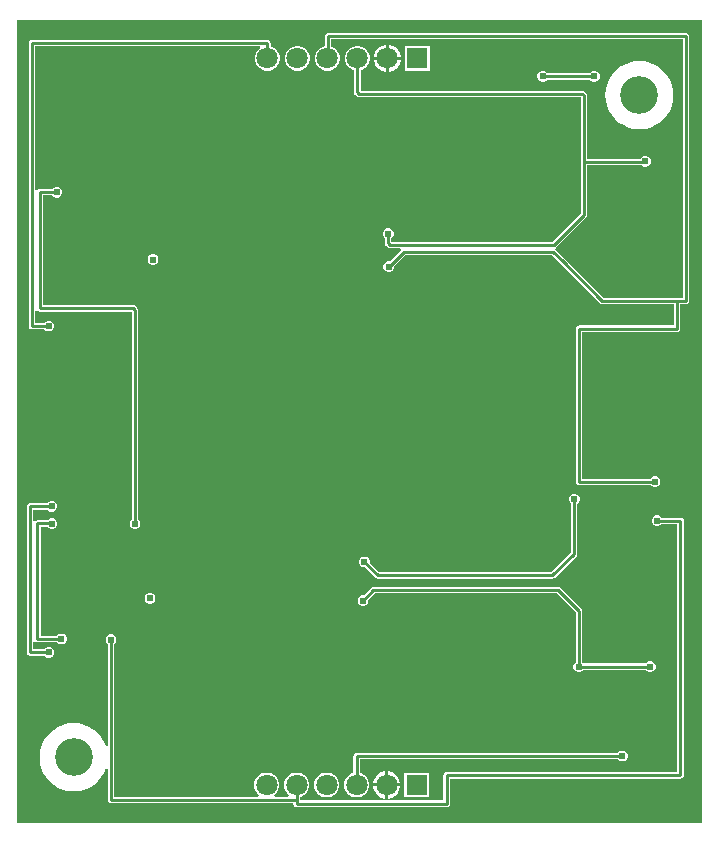
<source format=gbl>
G04*
G04 #@! TF.GenerationSoftware,Altium Limited,Altium Designer,24.5.2 (23)*
G04*
G04 Layer_Physical_Order=2*
G04 Layer_Color=16711680*
%FSLAX25Y25*%
%MOIN*%
G70*
G04*
G04 #@! TF.SameCoordinates,E566BAFE-53A3-49A5-9EFE-4B06B608819B*
G04*
G04*
G04 #@! TF.FilePolarity,Positive*
G04*
G01*
G75*
%ADD11C,0.01000*%
%ADD16R,0.16000X0.07000*%
%ADD31C,0.00900*%
%ADD33C,0.12598*%
%ADD34C,0.07087*%
%ADD35R,0.07087X0.07087*%
%ADD36C,0.02400*%
%ADD37C,0.02402*%
G36*
X232283Y3937D02*
X3937D01*
Y271654D01*
X232283D01*
Y3937D01*
D02*
G37*
%LPC*%
G36*
X127936Y263360D02*
X127838D01*
Y259316D01*
X131882D01*
Y259414D01*
X131572Y260570D01*
X130974Y261606D01*
X130128Y262452D01*
X129092Y263050D01*
X127936Y263360D01*
D02*
G37*
G36*
X126838D02*
X126740D01*
X125585Y263050D01*
X124549Y262452D01*
X123703Y261606D01*
X123105Y260570D01*
X122795Y259414D01*
Y259316D01*
X126838D01*
Y263360D01*
D02*
G37*
G36*
X141482Y262960D02*
X133195D01*
Y254673D01*
X141482D01*
Y262960D01*
D02*
G37*
G36*
X97884D02*
X96793D01*
X95739Y262677D01*
X94794Y262132D01*
X94023Y261360D01*
X93477Y260416D01*
X93195Y259362D01*
Y258271D01*
X93477Y257217D01*
X94023Y256272D01*
X94794Y255501D01*
X95739Y254955D01*
X96793Y254673D01*
X97884D01*
X98938Y254955D01*
X99882Y255501D01*
X100654Y256272D01*
X101199Y257217D01*
X101482Y258271D01*
Y259362D01*
X101199Y260416D01*
X100654Y261360D01*
X99882Y262132D01*
X98938Y262677D01*
X97884Y262960D01*
D02*
G37*
G36*
X87338Y264968D02*
X8796D01*
X8386Y264887D01*
X8039Y264655D01*
X7807Y264307D01*
X7726Y263898D01*
Y169546D01*
X7807Y169136D01*
X8039Y168789D01*
X8386Y168557D01*
X8796Y168475D01*
X13040D01*
X13495Y168020D01*
X14157Y167746D01*
X14873D01*
X15535Y168020D01*
X16041Y168526D01*
X16315Y169188D01*
Y169904D01*
X16041Y170565D01*
X15535Y171072D01*
X14873Y171346D01*
X14157D01*
X13495Y171072D01*
X13040Y170616D01*
X9867D01*
Y174556D01*
X9972Y174635D01*
X10658Y174689D01*
X11005Y174457D01*
X11415Y174375D01*
X42144D01*
Y105176D01*
X41689Y104721D01*
X41415Y104060D01*
Y103343D01*
X41689Y102682D01*
X42195Y102175D01*
X42857Y101901D01*
X43573D01*
X44235Y102175D01*
X44741Y102682D01*
X45015Y103343D01*
Y104060D01*
X44741Y104721D01*
X44286Y105176D01*
Y174918D01*
X44286Y174918D01*
X44204Y175328D01*
X43972Y175675D01*
X43445Y176203D01*
X43097Y176435D01*
X42688Y176516D01*
X12485D01*
Y213075D01*
X15640D01*
X16095Y212620D01*
X16757Y212346D01*
X17473D01*
X18135Y212620D01*
X18641Y213126D01*
X18915Y213788D01*
Y214504D01*
X18641Y215165D01*
X18135Y215672D01*
X17473Y215946D01*
X16757D01*
X16095Y215672D01*
X15640Y215216D01*
X11415D01*
X11005Y215135D01*
X10658Y214903D01*
X9972Y214956D01*
X9867Y215036D01*
Y262827D01*
X84799D01*
X84959Y262227D01*
X84794Y262132D01*
X84023Y261360D01*
X83477Y260416D01*
X83195Y259362D01*
Y258271D01*
X83477Y257217D01*
X84023Y256272D01*
X84794Y255501D01*
X85739Y254955D01*
X86793Y254673D01*
X87884D01*
X88938Y254955D01*
X89882Y255501D01*
X90654Y256272D01*
X91199Y257217D01*
X91482Y258271D01*
Y259362D01*
X91199Y260416D01*
X90654Y261360D01*
X89882Y262132D01*
X88938Y262677D01*
X88409Y262819D01*
Y263898D01*
X88327Y264307D01*
X88095Y264655D01*
X87748Y264887D01*
X87338Y264968D01*
D02*
G37*
G36*
X131882Y258316D02*
X127838D01*
Y254273D01*
X127936D01*
X129092Y254583D01*
X130128Y255181D01*
X130974Y256027D01*
X131572Y257063D01*
X131882Y258218D01*
Y258316D01*
D02*
G37*
G36*
X126838D02*
X122795D01*
Y258218D01*
X123105Y257063D01*
X123703Y256027D01*
X124549Y255181D01*
X125585Y254583D01*
X126740Y254273D01*
X126838D01*
Y258316D01*
D02*
G37*
G36*
X179496Y254616D02*
X178780D01*
X178119Y254342D01*
X177612Y253836D01*
X177338Y253174D01*
Y252458D01*
X177612Y251797D01*
X178119Y251290D01*
X178780Y251016D01*
X179496D01*
X180158Y251290D01*
X180581Y251714D01*
X194820D01*
X195308Y251226D01*
X195969Y250952D01*
X196686D01*
X197347Y251226D01*
X197854Y251732D01*
X198127Y252394D01*
Y253110D01*
X197854Y253772D01*
X197347Y254278D01*
X196686Y254552D01*
X195969D01*
X195308Y254278D01*
X194885Y253855D01*
X180646D01*
X180158Y254342D01*
X179496Y254616D01*
D02*
G37*
G36*
X211328Y257930D02*
X209548Y257789D01*
X207812Y257373D01*
X206162Y256690D01*
X204640Y255757D01*
X203282Y254597D01*
X202123Y253240D01*
X201190Y251717D01*
X200507Y250068D01*
X200090Y248332D01*
X199950Y246552D01*
X200090Y244772D01*
X200507Y243036D01*
X201190Y241387D01*
X202123Y239864D01*
X203282Y238507D01*
X204640Y237347D01*
X206162Y236415D01*
X207812Y235731D01*
X209548Y235314D01*
X211328Y235174D01*
X213107Y235314D01*
X214843Y235731D01*
X216493Y236415D01*
X218015Y237347D01*
X219373Y238507D01*
X220532Y239864D01*
X221465Y241387D01*
X222148Y243036D01*
X222565Y244772D01*
X222705Y246552D01*
X222565Y248332D01*
X222148Y250068D01*
X221465Y251717D01*
X220532Y253240D01*
X219373Y254597D01*
X218015Y255757D01*
X216493Y256690D01*
X214843Y257373D01*
X213107Y257789D01*
X211328Y257930D01*
D02*
G37*
G36*
X226928Y267287D02*
X107538D01*
X107129Y267205D01*
X106781Y266973D01*
X106549Y266626D01*
X106468Y266216D01*
Y262873D01*
X105739Y262677D01*
X104794Y262132D01*
X104023Y261360D01*
X103477Y260416D01*
X103195Y259362D01*
Y258271D01*
X103477Y257217D01*
X104023Y256272D01*
X104794Y255501D01*
X105739Y254955D01*
X106793Y254673D01*
X107884D01*
X108938Y254955D01*
X109882Y255501D01*
X110654Y256272D01*
X111199Y257217D01*
X111482Y258271D01*
Y259362D01*
X111199Y260416D01*
X110654Y261360D01*
X109882Y262132D01*
X108938Y262677D01*
X108609Y262765D01*
Y265146D01*
X225857D01*
Y178987D01*
X199382D01*
X186245Y192123D01*
X186195Y192198D01*
X183357Y195037D01*
X183323Y195223D01*
X183325Y195301D01*
X183419Y195741D01*
X183597Y195859D01*
X193713Y205976D01*
X193713Y205976D01*
X193945Y206323D01*
X194027Y206733D01*
X194027Y206733D01*
Y223146D01*
X212063D01*
X212319Y222890D01*
X212980Y222616D01*
X213696D01*
X214358Y222890D01*
X214864Y223397D01*
X215138Y224058D01*
Y224774D01*
X214864Y225436D01*
X214358Y225942D01*
X213696Y226216D01*
X212980D01*
X212319Y225942D01*
X211812Y225436D01*
X211751Y225287D01*
X194027D01*
Y246389D01*
X194027Y246389D01*
X193945Y246799D01*
X193713Y247146D01*
X193186Y247673D01*
X192839Y247905D01*
X192429Y247987D01*
X118409D01*
Y254814D01*
X118938Y254955D01*
X119882Y255501D01*
X120654Y256272D01*
X121199Y257217D01*
X121482Y258271D01*
Y259362D01*
X121199Y260416D01*
X120654Y261360D01*
X119882Y262132D01*
X118938Y262677D01*
X117884Y262960D01*
X116793D01*
X115739Y262677D01*
X114794Y262132D01*
X114023Y261360D01*
X113477Y260416D01*
X113195Y259362D01*
Y258271D01*
X113477Y257217D01*
X114023Y256272D01*
X114794Y255501D01*
X115739Y254955D01*
X116268Y254814D01*
Y247444D01*
X116349Y247034D01*
X116581Y246687D01*
X117109Y246159D01*
X117456Y245927D01*
X117866Y245846D01*
X117866Y245846D01*
X191886D01*
Y224216D01*
Y207176D01*
X182396Y197687D01*
X128709D01*
Y198841D01*
X129164Y199297D01*
X129438Y199958D01*
Y200674D01*
X129164Y201336D01*
X128658Y201842D01*
X127996Y202116D01*
X127280D01*
X126619Y201842D01*
X126112Y201336D01*
X125838Y200674D01*
Y199958D01*
X126112Y199297D01*
X126568Y198841D01*
Y197143D01*
X126649Y196734D01*
X126881Y196387D01*
X127409Y195859D01*
X127756Y195627D01*
X128166Y195546D01*
X128166Y195546D01*
X131723D01*
X131954Y194946D01*
X128124Y191116D01*
X127480D01*
X126819Y190842D01*
X126312Y190336D01*
X126038Y189674D01*
Y188958D01*
X126312Y188297D01*
X126819Y187790D01*
X127480Y187516D01*
X128196D01*
X128858Y187790D01*
X129364Y188297D01*
X129638Y188958D01*
Y189602D01*
X133317Y193281D01*
X182084D01*
X184631Y190734D01*
X184681Y190659D01*
X198181Y177159D01*
X198529Y176927D01*
X198938Y176846D01*
X222868D01*
Y169787D01*
X191238D01*
X190829Y169705D01*
X190481Y169473D01*
X190249Y169126D01*
X190168Y168716D01*
Y117516D01*
X190249Y117107D01*
X190481Y116759D01*
X190829Y116527D01*
X191238Y116446D01*
X215263D01*
X215519Y116190D01*
X216180Y115916D01*
X216896D01*
X217558Y116190D01*
X218064Y116697D01*
X218338Y117358D01*
Y118074D01*
X218064Y118736D01*
X217558Y119242D01*
X216896Y119516D01*
X216180D01*
X215519Y119242D01*
X215012Y118736D01*
X214951Y118587D01*
X192309D01*
Y167646D01*
X223938D01*
X224348Y167727D01*
X224695Y167959D01*
X224927Y168307D01*
X225009Y168716D01*
Y176846D01*
X226928D01*
X227337Y176927D01*
X227685Y177159D01*
X227917Y177507D01*
X227998Y177916D01*
Y266216D01*
X227917Y266626D01*
X227685Y266973D01*
X227337Y267205D01*
X226928Y267287D01*
D02*
G37*
G36*
X49571Y193532D02*
X48855D01*
X48193Y193258D01*
X47687Y192752D01*
X47413Y192090D01*
Y191374D01*
X47687Y190713D01*
X48193Y190206D01*
X48855Y189932D01*
X49571D01*
X50232Y190206D01*
X50739Y190713D01*
X51013Y191374D01*
Y192090D01*
X50739Y192752D01*
X50232Y193258D01*
X49571Y193532D01*
D02*
G37*
G36*
X15773Y111246D02*
X15057D01*
X14395Y110972D01*
X13940Y110516D01*
X8315D01*
X7905Y110435D01*
X7558Y110203D01*
X7326Y109855D01*
X7244Y109446D01*
Y60746D01*
X7326Y60336D01*
X7558Y59989D01*
X7905Y59757D01*
X8315Y59675D01*
X12940D01*
X13395Y59220D01*
X14057Y58946D01*
X14773D01*
X15435Y59220D01*
X15941Y59726D01*
X16215Y60388D01*
Y61104D01*
X15941Y61765D01*
X15435Y62272D01*
X14773Y62546D01*
X14057D01*
X13395Y62272D01*
X12940Y61816D01*
X9386D01*
Y64265D01*
X9828Y64438D01*
X9985Y64470D01*
X10305Y64257D01*
X10715Y64175D01*
X17240D01*
X17695Y63720D01*
X18357Y63446D01*
X19073D01*
X19735Y63720D01*
X20241Y64226D01*
X20515Y64888D01*
Y65604D01*
X20241Y66265D01*
X19735Y66772D01*
X19073Y67046D01*
X18357D01*
X17695Y66772D01*
X17240Y66316D01*
X11785D01*
Y102675D01*
X13969D01*
X13989Y102626D01*
X14495Y102120D01*
X15157Y101846D01*
X15873D01*
X16535Y102120D01*
X17041Y102626D01*
X17315Y103288D01*
Y104004D01*
X17041Y104665D01*
X16535Y105172D01*
X15873Y105446D01*
X15157D01*
X14495Y105172D01*
X14140Y104816D01*
X10715D01*
X10305Y104735D01*
X9985Y104521D01*
X9828Y104553D01*
X9386Y104726D01*
Y108375D01*
X13940D01*
X14395Y107920D01*
X15057Y107646D01*
X15773D01*
X16435Y107920D01*
X16941Y108426D01*
X17215Y109088D01*
Y109804D01*
X16941Y110465D01*
X16435Y110972D01*
X15773Y111246D01*
D02*
G37*
G36*
X189996Y113616D02*
X189280D01*
X188619Y113342D01*
X188112Y112836D01*
X187838Y112174D01*
Y111458D01*
X188112Y110797D01*
X188568Y110341D01*
Y94160D01*
X181895Y87487D01*
X124654D01*
X121511Y90630D01*
Y91274D01*
X121237Y91936D01*
X120730Y92442D01*
X120069Y92716D01*
X119353D01*
X118691Y92442D01*
X118185Y91936D01*
X117911Y91274D01*
Y90558D01*
X118185Y89897D01*
X118691Y89390D01*
X119353Y89116D01*
X119997D01*
X123454Y85659D01*
X123801Y85427D01*
X124211Y85346D01*
X182338D01*
X182748Y85427D01*
X183095Y85659D01*
X190395Y92959D01*
X190627Y93307D01*
X190709Y93716D01*
Y110341D01*
X191164Y110797D01*
X191438Y111458D01*
Y112174D01*
X191164Y112836D01*
X190658Y113342D01*
X189996Y113616D01*
D02*
G37*
G36*
X48586Y80642D02*
X47870D01*
X47209Y80369D01*
X46702Y79862D01*
X46428Y79201D01*
Y78484D01*
X46702Y77823D01*
X47209Y77317D01*
X47870Y77043D01*
X48586D01*
X49248Y77317D01*
X49754Y77823D01*
X50028Y78484D01*
Y79201D01*
X49754Y79862D01*
X49248Y80369D01*
X48586Y80642D01*
D02*
G37*
G36*
X122724Y82573D02*
X122314Y82491D01*
X121967Y82259D01*
X119524Y79816D01*
X118880D01*
X118219Y79542D01*
X117712Y79036D01*
X117438Y78374D01*
Y77658D01*
X117712Y76997D01*
X118219Y76490D01*
X118880Y76216D01*
X119596D01*
X120258Y76490D01*
X120764Y76997D01*
X121038Y77658D01*
Y78302D01*
X123168Y80431D01*
X183909D01*
X190068Y74273D01*
Y57491D01*
X189612Y57036D01*
X189338Y56374D01*
Y55658D01*
X189612Y54997D01*
X190119Y54490D01*
X190780Y54216D01*
X191496D01*
X192158Y54490D01*
X192613Y54946D01*
X213463D01*
X213919Y54490D01*
X214580Y54216D01*
X215296D01*
X215958Y54490D01*
X216464Y54997D01*
X216738Y55658D01*
Y56374D01*
X216464Y57036D01*
X215958Y57542D01*
X215296Y57816D01*
X214580D01*
X213919Y57542D01*
X213463Y57087D01*
X192613D01*
X192209Y57491D01*
Y74716D01*
X192127Y75126D01*
X191895Y75473D01*
X185110Y82259D01*
X184762Y82491D01*
X184353Y82573D01*
X122724D01*
X122724Y82573D01*
D02*
G37*
G36*
X205996Y28016D02*
X205280D01*
X204619Y27742D01*
X204163Y27287D01*
X117109D01*
X116699Y27205D01*
X116352Y26973D01*
X116120Y26626D01*
X116038Y26216D01*
Y20598D01*
X115509Y20456D01*
X114565Y19911D01*
X113793Y19139D01*
X113248Y18194D01*
X112965Y17141D01*
Y16050D01*
X113248Y14996D01*
X113793Y14051D01*
X114565Y13280D01*
X115509Y12734D01*
X116563Y12452D01*
X117654D01*
X118708Y12734D01*
X119653Y13280D01*
X120424Y14051D01*
X120970Y14996D01*
X121252Y16050D01*
Y17141D01*
X120970Y18194D01*
X120424Y19139D01*
X119653Y19911D01*
X118708Y20456D01*
X118179Y20598D01*
Y25146D01*
X204163D01*
X204619Y24690D01*
X205280Y24416D01*
X205996D01*
X206658Y24690D01*
X207164Y25197D01*
X207438Y25858D01*
Y26574D01*
X207164Y27236D01*
X206658Y27742D01*
X205996Y28016D01*
D02*
G37*
G36*
X127707Y21139D02*
X127609D01*
Y17095D01*
X131652D01*
Y17193D01*
X131342Y18349D01*
X130744Y19385D01*
X129898Y20231D01*
X128862Y20829D01*
X127707Y21139D01*
D02*
G37*
G36*
X126609D02*
X126511D01*
X125355Y20829D01*
X124319Y20231D01*
X123473Y19385D01*
X122875Y18349D01*
X122565Y17193D01*
Y17095D01*
X126609D01*
Y21139D01*
D02*
G37*
G36*
X141252Y20739D02*
X132965D01*
Y12452D01*
X141252D01*
Y20739D01*
D02*
G37*
G36*
X107654D02*
X106563D01*
X105509Y20456D01*
X104565Y19911D01*
X103793Y19139D01*
X103248Y18194D01*
X102965Y17141D01*
Y16050D01*
X103248Y14996D01*
X103793Y14051D01*
X104565Y13280D01*
X105509Y12734D01*
X106563Y12452D01*
X107654D01*
X108708Y12734D01*
X109653Y13280D01*
X110424Y14051D01*
X110970Y14996D01*
X111252Y16050D01*
Y17141D01*
X110970Y18194D01*
X110424Y19139D01*
X109653Y19911D01*
X108708Y20456D01*
X107654Y20739D01*
D02*
G37*
G36*
X131652Y16095D02*
X127609D01*
Y12052D01*
X127707D01*
X128862Y12362D01*
X129898Y12960D01*
X130744Y13806D01*
X131342Y14842D01*
X131652Y15997D01*
Y16095D01*
D02*
G37*
G36*
X126609D02*
X122565D01*
Y15997D01*
X122875Y14842D01*
X123473Y13806D01*
X124319Y12960D01*
X125355Y12362D01*
X126511Y12052D01*
X126609D01*
Y16095D01*
D02*
G37*
G36*
X217696Y106416D02*
X216980D01*
X216319Y106142D01*
X215812Y105636D01*
X215538Y104974D01*
Y104258D01*
X215812Y103597D01*
X216319Y103090D01*
X216980Y102816D01*
X217696D01*
X218358Y103090D01*
X218762Y103495D01*
X223917D01*
Y20964D01*
X147138D01*
X146709Y20879D01*
X146345Y20636D01*
X146102Y20272D01*
X146017Y19842D01*
Y11438D01*
X98230D01*
Y12606D01*
X98708Y12734D01*
X99653Y13280D01*
X100424Y14051D01*
X100970Y14996D01*
X101252Y16050D01*
Y17141D01*
X100970Y18194D01*
X100424Y19139D01*
X99653Y19911D01*
X98708Y20456D01*
X97654Y20739D01*
X96563D01*
X95509Y20456D01*
X94565Y19911D01*
X93793Y19139D01*
X93248Y18194D01*
X92965Y17141D01*
Y16050D01*
X93248Y14996D01*
X93793Y14051D01*
X94558Y13287D01*
X94557Y13254D01*
X94392Y12687D01*
X89826D01*
X89660Y13254D01*
X89660Y13287D01*
X90424Y14051D01*
X90970Y14996D01*
X91252Y16050D01*
Y17141D01*
X90970Y18194D01*
X90424Y19139D01*
X89653Y19911D01*
X88708Y20456D01*
X87654Y20739D01*
X86563D01*
X85509Y20456D01*
X84565Y19911D01*
X83793Y19139D01*
X83248Y18194D01*
X82965Y17141D01*
Y16050D01*
X83248Y14996D01*
X83793Y14051D01*
X84558Y13287D01*
X84557Y13254D01*
X84392Y12687D01*
X36285D01*
Y63571D01*
X36741Y64026D01*
X37015Y64688D01*
Y65404D01*
X36741Y66065D01*
X36235Y66572D01*
X35573Y66846D01*
X34857D01*
X34195Y66572D01*
X33689Y66065D01*
X33415Y65404D01*
Y64688D01*
X33689Y64026D01*
X34144Y63571D01*
Y29738D01*
X33544Y29619D01*
X32965Y31017D01*
X32032Y32540D01*
X30873Y33897D01*
X29515Y35057D01*
X27993Y35989D01*
X26343Y36673D01*
X24607Y37089D01*
X22828Y37230D01*
X21048Y37089D01*
X19312Y36673D01*
X17662Y35989D01*
X16140Y35057D01*
X14782Y33897D01*
X13623Y32540D01*
X12690Y31017D01*
X12007Y29368D01*
X11590Y27632D01*
X11450Y25852D01*
X11590Y24072D01*
X12007Y22336D01*
X12690Y20687D01*
X13623Y19164D01*
X14782Y17807D01*
X16140Y16647D01*
X17662Y15714D01*
X19312Y15031D01*
X21048Y14615D01*
X22828Y14474D01*
X24607Y14615D01*
X26343Y15031D01*
X27993Y15714D01*
X29515Y16647D01*
X30873Y17807D01*
X32032Y19164D01*
X32965Y20687D01*
X33544Y22085D01*
X34144Y21966D01*
Y11616D01*
X34226Y11207D01*
X34458Y10859D01*
X34805Y10627D01*
X35215Y10546D01*
X95987D01*
Y10316D01*
X96073Y9887D01*
X96316Y9523D01*
X96679Y9280D01*
X97109Y9195D01*
X147138D01*
X147568Y9280D01*
X147931Y9523D01*
X148175Y9887D01*
X148260Y10316D01*
Y18721D01*
X225038D01*
X225467Y18806D01*
X225831Y19049D01*
X226075Y19413D01*
X226160Y19842D01*
Y104616D01*
X226075Y105045D01*
X225831Y105409D01*
X225467Y105652D01*
X225038Y105738D01*
X218762D01*
X218358Y106142D01*
X217696Y106416D01*
D02*
G37*
%LPD*%
D11*
X97109Y11616D02*
Y16595D01*
Y10316D02*
Y11616D01*
Y10316D02*
X147138D01*
Y19842D01*
X225038D01*
Y104616D01*
X217338D02*
X225038D01*
D16*
X213538Y185016D02*
D03*
Y205016D02*
D03*
X213096Y74309D02*
D03*
Y94310D02*
D03*
X21915Y204646D02*
D03*
Y184646D02*
D03*
X21654Y74016D02*
D03*
Y94016D02*
D03*
D31*
X107538Y266216D02*
X226928D01*
Y177916D02*
Y266216D01*
X196295Y252784D02*
X196327Y252752D01*
X179138Y252816D02*
X179171Y252784D01*
X196295D01*
X223938Y177916D02*
X226928D01*
X191238Y117516D02*
X216538D01*
X191238D02*
Y168716D01*
X223938D01*
X182527Y194352D02*
X185438Y191441D01*
Y191416D02*
Y191441D01*
X127838Y189316D02*
X132874Y194352D01*
X182527D01*
X128166Y196616D02*
X182840D01*
X127638Y197143D02*
X128166Y196616D01*
X127638Y197143D02*
Y200316D01*
X117866Y246916D02*
X192429D01*
X117338Y247444D02*
X117866Y246916D01*
X192429D02*
X192956Y246389D01*
X117338Y247444D02*
Y258816D01*
X192956Y224216D02*
Y246389D01*
X189638Y93716D02*
Y111716D01*
X182338Y86416D02*
X189638Y93716D01*
X124211Y86416D02*
X182338D01*
X117109Y16595D02*
Y26216D01*
X205638D01*
X107538Y258816D02*
Y266216D01*
X107109Y16595D02*
X107338D01*
X191138Y56016D02*
X214938D01*
X191138D02*
Y74716D01*
X216538Y117516D02*
Y117716D01*
X223938Y168716D02*
Y177916D01*
X192956Y224216D02*
X213338D01*
X192956Y206733D02*
Y224216D01*
X213338D02*
Y224416D01*
X107338Y258816D02*
X107538D01*
X198938Y177916D02*
X223938D01*
X185438Y191416D02*
X198938Y177916D01*
X10715Y103746D02*
X15515D01*
X182840Y196616D02*
X192956Y206733D01*
X87338Y258816D02*
Y263898D01*
X8796D02*
X87338D01*
X35215Y11616D02*
X97109D01*
X8796Y169546D02*
Y263898D01*
X184353Y81502D02*
X191138Y74716D01*
X119238Y78016D02*
X122724Y81502D01*
X184353D01*
X119711Y90916D02*
X124211Y86416D01*
X11415Y214146D02*
X17115D01*
X11415Y175446D02*
Y214146D01*
X49213Y191732D02*
X49258Y191778D01*
X11415Y175446D02*
X42688D01*
X43215Y103701D02*
Y174918D01*
X42688Y175446D02*
X43215Y174918D01*
X8796Y169546D02*
X14515D01*
X35215Y11616D02*
Y65046D01*
X15515Y103646D02*
Y103746D01*
X10715Y65246D02*
Y103746D01*
Y65246D02*
X18715D01*
X8315Y109446D02*
X15415D01*
X8315Y60746D02*
Y109446D01*
Y60746D02*
X14415D01*
D33*
X211328Y246552D02*
D03*
X22828Y25852D02*
D03*
D34*
X87109Y16595D02*
D03*
X127109D02*
D03*
X117109D02*
D03*
X107109D02*
D03*
X97109D02*
D03*
X97338Y258816D02*
D03*
X107338D02*
D03*
X117338D02*
D03*
X127338D02*
D03*
X87338D02*
D03*
D35*
X137109Y16595D02*
D03*
X137338Y258816D02*
D03*
D36*
X196327Y252752D02*
D03*
X205764Y141068D02*
D03*
X200764D02*
D03*
X135268Y189354D02*
D03*
X140269D02*
D03*
X145268D02*
D03*
X150268D02*
D03*
X82113Y189291D02*
D03*
X87113D02*
D03*
X92113D02*
D03*
Y199765D02*
D03*
X87113D02*
D03*
X82113D02*
D03*
X150268Y199828D02*
D03*
X145268D02*
D03*
X140269D02*
D03*
X135268D02*
D03*
X150328Y78652D02*
D03*
X145327D02*
D03*
X140328D02*
D03*
X135327D02*
D03*
X125328Y77678D02*
D03*
X130327Y78652D02*
D03*
Y89252D02*
D03*
X125328Y90952D02*
D03*
X135327Y89552D02*
D03*
X140328D02*
D03*
X145327D02*
D03*
X150328D02*
D03*
X87827Y89252D02*
D03*
X80827D02*
D03*
X179138Y252816D02*
D03*
X145764Y269868D02*
D03*
X185764D02*
D03*
X105764D02*
D03*
X115764D02*
D03*
X155764D02*
D03*
X195764D02*
D03*
X135764D02*
D03*
X175764D02*
D03*
X150764D02*
D03*
X110764D02*
D03*
X190764D02*
D03*
X200764D02*
D03*
X160764D02*
D03*
X120764D02*
D03*
X180764D02*
D03*
X140764D02*
D03*
X100764D02*
D03*
X170764D02*
D03*
X130764D02*
D03*
X165764D02*
D03*
X125764D02*
D03*
X185921Y181028D02*
D03*
X191138Y56016D02*
D03*
X205638Y26216D02*
D03*
X220096Y90810D02*
D03*
Y77810D02*
D03*
X184580Y53552D02*
D03*
X214938Y56016D02*
D03*
X216538Y117716D02*
D03*
X189638Y111816D02*
D03*
X213338Y224416D02*
D03*
X215764Y269868D02*
D03*
X210764D02*
D03*
X205764D02*
D03*
X220764D02*
D03*
X10764D02*
D03*
X15764D02*
D03*
X105764Y6068D02*
D03*
X116575Y39252D02*
D03*
X156921Y200528D02*
D03*
X127638Y200316D02*
D03*
X230264Y99944D02*
D03*
X217338Y104616D02*
D03*
X191396Y80352D02*
D03*
X184480Y97752D02*
D03*
Y102752D02*
D03*
X156980Y90752D02*
D03*
X119238Y78016D02*
D03*
X159480Y79252D02*
D03*
X119711Y90916D02*
D03*
X17115Y214146D02*
D03*
X192038Y190616D02*
D03*
X177921Y206028D02*
D03*
X127838Y189316D02*
D03*
X156921Y188528D02*
D03*
X196838Y190816D02*
D03*
X210096Y77810D02*
D03*
X201396Y79610D02*
D03*
X196396Y80110D02*
D03*
X201838Y190316D02*
D03*
X191838Y198816D02*
D03*
X220538Y201516D02*
D03*
X201838Y199716D02*
D03*
X210538Y201516D02*
D03*
X196838Y199216D02*
D03*
X215538Y201516D02*
D03*
X205538D02*
D03*
X210538Y188516D02*
D03*
X215538D02*
D03*
X220538D02*
D03*
X205538D02*
D03*
X43215Y103701D02*
D03*
X14515Y169546D02*
D03*
X33615Y199346D02*
D03*
X38615Y190446D02*
D03*
X43615D02*
D03*
X13654Y90516D02*
D03*
X200764Y6068D02*
D03*
X201396Y89009D02*
D03*
X191396Y88510D02*
D03*
X196396D02*
D03*
X205096Y77810D02*
D03*
Y90810D02*
D03*
X210096D02*
D03*
X215096D02*
D03*
Y77810D02*
D03*
X230264Y74944D02*
D03*
Y84944D02*
D03*
Y89944D02*
D03*
Y104944D02*
D03*
Y64944D02*
D03*
Y94944D02*
D03*
Y69944D02*
D03*
Y109944D02*
D03*
Y79944D02*
D03*
X15515Y103646D02*
D03*
X18715Y65246D02*
D03*
X35215Y65046D02*
D03*
X14415Y60746D02*
D03*
X5764Y81068D02*
D03*
Y86068D02*
D03*
Y106068D02*
D03*
Y101068D02*
D03*
Y96068D02*
D03*
Y91068D02*
D03*
Y76068D02*
D03*
Y111068D02*
D03*
X15415Y109446D02*
D03*
X50316Y209028D02*
D03*
X49213Y191732D02*
D03*
X5764Y66068D02*
D03*
X74016Y199528D02*
D03*
X43615Y198846D02*
D03*
X129480Y97752D02*
D03*
X124480D02*
D03*
X104516Y216028D02*
D03*
X116243Y229004D02*
D03*
Y241941D02*
D03*
X225764Y141068D02*
D03*
X220764D02*
D03*
X215764D02*
D03*
X210764D02*
D03*
X185764D02*
D03*
X180764D02*
D03*
X175764D02*
D03*
X170764D02*
D03*
X165764D02*
D03*
X160764D02*
D03*
X155764D02*
D03*
X150764D02*
D03*
X145764D02*
D03*
X140764D02*
D03*
X135764D02*
D03*
X130764D02*
D03*
X125764D02*
D03*
X120764D02*
D03*
X115764D02*
D03*
X110764D02*
D03*
X105764D02*
D03*
X100764D02*
D03*
X95764D02*
D03*
X90764D02*
D03*
X85764D02*
D03*
X80764D02*
D03*
X75764D02*
D03*
X70764D02*
D03*
X65764D02*
D03*
X60764D02*
D03*
X55764D02*
D03*
X50764D02*
D03*
X35764D02*
D03*
X30764D02*
D03*
X25764D02*
D03*
X20764D02*
D03*
X15764D02*
D03*
X10764D02*
D03*
X230264Y6068D02*
D03*
X225764D02*
D03*
X220764D02*
D03*
X230264Y9944D02*
D03*
Y14944D02*
D03*
Y19944D02*
D03*
Y24944D02*
D03*
Y29944D02*
D03*
Y34944D02*
D03*
Y39944D02*
D03*
Y44944D02*
D03*
Y49944D02*
D03*
Y54944D02*
D03*
Y59944D02*
D03*
Y114944D02*
D03*
Y119944D02*
D03*
Y124944D02*
D03*
Y129944D02*
D03*
Y134944D02*
D03*
Y139944D02*
D03*
Y144944D02*
D03*
Y149944D02*
D03*
Y154944D02*
D03*
Y159944D02*
D03*
Y164944D02*
D03*
Y169944D02*
D03*
Y174944D02*
D03*
Y179944D02*
D03*
Y184944D02*
D03*
Y189944D02*
D03*
Y194944D02*
D03*
Y199944D02*
D03*
Y204944D02*
D03*
Y209944D02*
D03*
Y214944D02*
D03*
Y219944D02*
D03*
Y224944D02*
D03*
Y229944D02*
D03*
Y234944D02*
D03*
Y239944D02*
D03*
Y244944D02*
D03*
Y249944D02*
D03*
Y254944D02*
D03*
Y259944D02*
D03*
Y264944D02*
D03*
Y269868D02*
D03*
X225764D02*
D03*
X95764D02*
D03*
X90764D02*
D03*
X85764D02*
D03*
X215764Y6068D02*
D03*
X210764D02*
D03*
X205764D02*
D03*
X195764D02*
D03*
X190764D02*
D03*
X185764D02*
D03*
X180764D02*
D03*
X175764D02*
D03*
X170764D02*
D03*
X165764D02*
D03*
X160764D02*
D03*
X155764D02*
D03*
X150764D02*
D03*
X145764D02*
D03*
X140764D02*
D03*
X135764D02*
D03*
X130764D02*
D03*
X125764D02*
D03*
X120764D02*
D03*
X115764D02*
D03*
X110764D02*
D03*
X100764D02*
D03*
X95764D02*
D03*
X90764D02*
D03*
X85764D02*
D03*
X80764D02*
D03*
Y269868D02*
D03*
X75764D02*
D03*
X70764D02*
D03*
X65764D02*
D03*
X60764D02*
D03*
X55764D02*
D03*
X50764D02*
D03*
X45764D02*
D03*
X40764D02*
D03*
X35764D02*
D03*
X30764D02*
D03*
X25764D02*
D03*
X20764D02*
D03*
X5764D02*
D03*
X10764Y6068D02*
D03*
X15764D02*
D03*
X20764D02*
D03*
X25764D02*
D03*
X30764D02*
D03*
X35764D02*
D03*
X40764D02*
D03*
X45764D02*
D03*
X50764D02*
D03*
X55764D02*
D03*
X60764D02*
D03*
X65764D02*
D03*
X70764D02*
D03*
X75764D02*
D03*
X5764Y221068D02*
D03*
Y226068D02*
D03*
Y231068D02*
D03*
Y236068D02*
D03*
Y241068D02*
D03*
Y246068D02*
D03*
Y251068D02*
D03*
Y256068D02*
D03*
Y261068D02*
D03*
Y266068D02*
D03*
Y151068D02*
D03*
Y156068D02*
D03*
Y161068D02*
D03*
Y166068D02*
D03*
Y171068D02*
D03*
Y176068D02*
D03*
Y181068D02*
D03*
Y186068D02*
D03*
Y191068D02*
D03*
Y196068D02*
D03*
Y201068D02*
D03*
Y206068D02*
D03*
Y211068D02*
D03*
Y216068D02*
D03*
Y116068D02*
D03*
Y121068D02*
D03*
Y126068D02*
D03*
Y131068D02*
D03*
Y136068D02*
D03*
Y141068D02*
D03*
Y146068D02*
D03*
Y71068D02*
D03*
Y61068D02*
D03*
Y56068D02*
D03*
Y51068D02*
D03*
Y46068D02*
D03*
Y41068D02*
D03*
Y36068D02*
D03*
Y31068D02*
D03*
Y26068D02*
D03*
Y21068D02*
D03*
Y16068D02*
D03*
Y11068D02*
D03*
Y6068D02*
D03*
X38615Y198846D02*
D03*
X33615Y189946D02*
D03*
X33354Y79316D02*
D03*
X38354Y79816D02*
D03*
X43354D02*
D03*
Y88216D02*
D03*
X38354D02*
D03*
X33354Y88716D02*
D03*
X59173Y91496D02*
D03*
X53075Y90852D02*
D03*
X59775Y110852D02*
D03*
Y105852D02*
D03*
Y100852D02*
D03*
Y95852D02*
D03*
X52075D02*
D03*
Y100852D02*
D03*
Y105852D02*
D03*
Y110852D02*
D03*
Y115852D02*
D03*
X59775D02*
D03*
X177280Y92752D02*
D03*
X183480D02*
D03*
X176680Y97752D02*
D03*
X184480Y107752D02*
D03*
X176680Y102752D02*
D03*
Y107752D02*
D03*
X184480Y116252D02*
D03*
Y112752D02*
D03*
X176680D02*
D03*
X183580Y119852D02*
D03*
X176180Y117752D02*
D03*
X180980Y124252D02*
D03*
X177280Y127552D02*
D03*
X172480Y121252D02*
D03*
Y129052D02*
D03*
X183980Y73552D02*
D03*
X184580Y58552D02*
D03*
Y63552D02*
D03*
Y68552D02*
D03*
X177280Y73552D02*
D03*
X176980Y68552D02*
D03*
Y63552D02*
D03*
Y58552D02*
D03*
Y53552D02*
D03*
X183880Y48552D02*
D03*
X181180Y44252D02*
D03*
X177280Y41052D02*
D03*
X175980Y49752D02*
D03*
X172480Y39752D02*
D03*
Y47252D02*
D03*
X59112Y77525D02*
D03*
X53575Y78252D02*
D03*
X52375Y53652D02*
D03*
X60075D02*
D03*
X163680Y74952D02*
D03*
X160480Y71252D02*
D03*
X155980Y77252D02*
D03*
X156980Y67752D02*
D03*
X153480Y64752D02*
D03*
X152480Y73752D02*
D03*
X148980Y63252D02*
D03*
Y70752D02*
D03*
X143980Y62752D02*
D03*
Y70752D02*
D03*
X74075Y79452D02*
D03*
X77075Y76252D02*
D03*
X68575Y73752D02*
D03*
X72075Y70252D02*
D03*
X75575Y66752D02*
D03*
X80575Y73252D02*
D03*
X80075Y63952D02*
D03*
X85075Y62752D02*
D03*
Y70752D02*
D03*
X161480Y97252D02*
D03*
X157980Y100752D02*
D03*
X153480Y94252D02*
D03*
X153980Y103752D02*
D03*
X149480Y105252D02*
D03*
Y97252D02*
D03*
X144480Y97752D02*
D03*
Y105752D02*
D03*
X69075Y93752D02*
D03*
X77575Y92252D02*
D03*
X72075Y97752D02*
D03*
X75575Y101252D02*
D03*
X80980Y95752D02*
D03*
X79575Y104252D02*
D03*
X84980Y97752D02*
D03*
X84575Y105752D02*
D03*
X161921Y183028D02*
D03*
X157921Y179028D02*
D03*
X153421Y185028D02*
D03*
X153921Y175528D02*
D03*
X149421Y181528D02*
D03*
Y173528D02*
D03*
X144421Y173028D02*
D03*
Y181028D02*
D03*
X161421Y207028D02*
D03*
X157921Y210528D02*
D03*
X153421Y204028D02*
D03*
X153921Y214028D02*
D03*
X149421Y215528D02*
D03*
Y207528D02*
D03*
X144421Y208028D02*
D03*
Y216028D02*
D03*
X73516Y189528D02*
D03*
X69016Y185528D02*
D03*
X77016Y187028D02*
D03*
X81016Y183528D02*
D03*
X84516Y173028D02*
D03*
X79516Y174528D02*
D03*
X85016Y181028D02*
D03*
X75516Y177528D02*
D03*
X72016Y181028D02*
D03*
X68516Y204528D02*
D03*
X72016Y208028D02*
D03*
X77516Y202528D02*
D03*
X75516Y211528D02*
D03*
X81016Y206028D02*
D03*
X85016Y208028D02*
D03*
X79516Y214528D02*
D03*
X84516Y216028D02*
D03*
X124480Y105752D02*
D03*
X139480Y106752D02*
D03*
X134480D02*
D03*
X129480Y105752D02*
D03*
X124480Y70752D02*
D03*
X139480Y71752D02*
D03*
X134480D02*
D03*
X129480Y70752D02*
D03*
X124480Y62752D02*
D03*
X139480Y61752D02*
D03*
X134480D02*
D03*
X129480Y62752D02*
D03*
X139480Y96752D02*
D03*
X134480D02*
D03*
X104575Y62752D02*
D03*
X89575Y61752D02*
D03*
X94575D02*
D03*
X99575Y62752D02*
D03*
X104575Y97752D02*
D03*
X89575Y96752D02*
D03*
X94575D02*
D03*
X99575Y97752D02*
D03*
X104575Y105752D02*
D03*
X89575Y106752D02*
D03*
X94575D02*
D03*
X99575Y105752D02*
D03*
X104575Y70752D02*
D03*
X89575Y71752D02*
D03*
X94575D02*
D03*
X99575Y70752D02*
D03*
X104516Y181028D02*
D03*
X89516Y182028D02*
D03*
X94516D02*
D03*
X99516Y181028D02*
D03*
X104516Y173028D02*
D03*
X89516Y172028D02*
D03*
X94516D02*
D03*
X99516Y173028D02*
D03*
X124421D02*
D03*
X139421Y172028D02*
D03*
X134421D02*
D03*
X129421Y173028D02*
D03*
X124421Y181028D02*
D03*
X139421Y182028D02*
D03*
X134421D02*
D03*
X129421Y181028D02*
D03*
X124421Y216028D02*
D03*
X139421Y217028D02*
D03*
X134421D02*
D03*
X129421Y216028D02*
D03*
X124421Y208028D02*
D03*
X139421Y207028D02*
D03*
X134421D02*
D03*
X129421Y208028D02*
D03*
X104516D02*
D03*
X89516Y207028D02*
D03*
X94516D02*
D03*
X99516Y208028D02*
D03*
X89516Y217028D02*
D03*
X94516D02*
D03*
X99516Y216028D02*
D03*
X184638Y185916D02*
D03*
X178538D02*
D03*
X177921Y181028D02*
D03*
X185921Y176028D02*
D03*
X177921D02*
D03*
X185921Y171028D02*
D03*
X177921D02*
D03*
X185921Y166028D02*
D03*
X185621Y161028D02*
D03*
X177921Y166028D02*
D03*
X176921Y160528D02*
D03*
X183921Y156528D02*
D03*
X180921Y153028D02*
D03*
X176921Y150728D02*
D03*
X172421Y149528D02*
D03*
Y157528D02*
D03*
X157480Y47252D02*
D03*
X162480D02*
D03*
X167480D02*
D03*
X157480Y39252D02*
D03*
X162480D02*
D03*
X167480D02*
D03*
X156421Y149528D02*
D03*
X161421D02*
D03*
X167421D02*
D03*
Y157528D02*
D03*
X161421D02*
D03*
X156421D02*
D03*
X50716Y163528D02*
D03*
X53516Y155028D02*
D03*
X57016Y152028D02*
D03*
X61516Y150028D02*
D03*
X66516Y149528D02*
D03*
X71516D02*
D03*
X58516Y162528D02*
D03*
X61516Y158528D02*
D03*
X66516Y157528D02*
D03*
X71516D02*
D03*
X86575Y39252D02*
D03*
X81575Y38252D02*
D03*
X76575D02*
D03*
X91575Y39252D02*
D03*
X96575D02*
D03*
X101575D02*
D03*
X141575D02*
D03*
X146575Y38252D02*
D03*
X151575D02*
D03*
X136575Y39252D02*
D03*
X131575D02*
D03*
X126575D02*
D03*
X106575D02*
D03*
X111575D02*
D03*
X121575D02*
D03*
X86575Y47252D02*
D03*
X81575Y48252D02*
D03*
X76575D02*
D03*
X91575Y47252D02*
D03*
X96575D02*
D03*
X101575D02*
D03*
X141575D02*
D03*
X146575Y48252D02*
D03*
X151575D02*
D03*
X136575Y47252D02*
D03*
X131575D02*
D03*
X126575D02*
D03*
X106575D02*
D03*
X111575D02*
D03*
X116575D02*
D03*
X121575D02*
D03*
X141516Y149528D02*
D03*
X136516D02*
D03*
X131516D02*
D03*
X126516D02*
D03*
X106516D02*
D03*
X111516D02*
D03*
X116516D02*
D03*
X121516D02*
D03*
Y157528D02*
D03*
X116516D02*
D03*
X111516D02*
D03*
X106516D02*
D03*
X151516Y148528D02*
D03*
X146516D02*
D03*
X126516Y157528D02*
D03*
X131516D02*
D03*
X136516D02*
D03*
X151516Y158528D02*
D03*
X146516D02*
D03*
X141516Y157528D02*
D03*
X101516Y149528D02*
D03*
X96516D02*
D03*
X91516D02*
D03*
X76516Y148528D02*
D03*
X81516D02*
D03*
X86516Y149528D02*
D03*
X101516Y157528D02*
D03*
X96516D02*
D03*
X91516D02*
D03*
X76516Y158528D02*
D03*
X81516D02*
D03*
X86516Y157528D02*
D03*
X185921Y205528D02*
D03*
X185721Y211528D02*
D03*
Y216528D02*
D03*
Y221528D02*
D03*
X177921Y211528D02*
D03*
Y216528D02*
D03*
Y221528D02*
D03*
Y226528D02*
D03*
X185921D02*
D03*
X184921Y231528D02*
D03*
X181921Y235528D02*
D03*
X177421Y238528D02*
D03*
X175921Y230028D02*
D03*
X172421Y231528D02*
D03*
Y239528D02*
D03*
X50616Y229028D02*
D03*
X50316Y224028D02*
D03*
Y219028D02*
D03*
X52516Y233528D02*
D03*
X50316Y214028D02*
D03*
X71575Y39252D02*
D03*
X66575D02*
D03*
X71575Y47252D02*
D03*
X66575D02*
D03*
X53875Y46652D02*
D03*
X57075Y42752D02*
D03*
X61775Y48952D02*
D03*
X61575Y40252D02*
D03*
X157480Y129252D02*
D03*
X162480D02*
D03*
X156980Y121252D02*
D03*
X161980D02*
D03*
X167480D02*
D03*
Y129252D02*
D03*
X157421Y239528D02*
D03*
X162421D02*
D03*
X156921Y231528D02*
D03*
X161921D02*
D03*
X167421D02*
D03*
Y239528D02*
D03*
X71575Y129252D02*
D03*
X66575D02*
D03*
X72075Y121252D02*
D03*
X67075D02*
D03*
X53575Y122152D02*
D03*
X56575Y126252D02*
D03*
X62075Y120252D02*
D03*
X61575Y128752D02*
D03*
X61516Y239028D02*
D03*
Y231028D02*
D03*
X58116Y219028D02*
D03*
X58716Y228328D02*
D03*
X58116Y224028D02*
D03*
X56516Y237028D02*
D03*
X127480Y129252D02*
D03*
X132480D02*
D03*
X137480D02*
D03*
X152480Y130252D02*
D03*
X147480D02*
D03*
X142480Y129252D02*
D03*
X122480D02*
D03*
X127480Y121252D02*
D03*
X132480D02*
D03*
X137480D02*
D03*
X152480Y120252D02*
D03*
X147480D02*
D03*
X142480Y121252D02*
D03*
X122480D02*
D03*
X127421Y231528D02*
D03*
X132421D02*
D03*
X137421D02*
D03*
X152421Y230528D02*
D03*
X147421D02*
D03*
X142421Y231528D02*
D03*
X122421Y232528D02*
D03*
X127421Y239528D02*
D03*
X132421D02*
D03*
X137421D02*
D03*
X152421Y240528D02*
D03*
X147421D02*
D03*
X142421Y239528D02*
D03*
X122421Y238528D02*
D03*
X101575Y121252D02*
D03*
X96575D02*
D03*
X91575D02*
D03*
X76575Y120252D02*
D03*
X81575D02*
D03*
X86575Y121252D02*
D03*
X106575D02*
D03*
X101575Y129252D02*
D03*
X96575D02*
D03*
X91575D02*
D03*
X76575Y130252D02*
D03*
X81575D02*
D03*
X86575Y129252D02*
D03*
X106480D02*
D03*
X67016Y231528D02*
D03*
X72016D02*
D03*
X66516Y239528D02*
D03*
X71516D02*
D03*
X101516Y231528D02*
D03*
X96516D02*
D03*
X91516D02*
D03*
X76516Y230528D02*
D03*
X81516D02*
D03*
X86516Y231528D02*
D03*
X106516Y232528D02*
D03*
Y238528D02*
D03*
X86516Y239528D02*
D03*
X81516Y240528D02*
D03*
X76516D02*
D03*
X51516Y187728D02*
D03*
X57716D02*
D03*
X51116Y182728D02*
D03*
X48228Y78843D02*
D03*
X51516Y159028D02*
D03*
X28915Y188146D02*
D03*
X58116Y182728D02*
D03*
X58516Y177728D02*
D03*
Y172728D02*
D03*
X91516Y239528D02*
D03*
X96516D02*
D03*
X101516D02*
D03*
X58516Y167728D02*
D03*
X23915Y201146D02*
D03*
X50706Y177728D02*
D03*
X50716Y167728D02*
D03*
Y172728D02*
D03*
X57516Y203928D02*
D03*
X58116Y209028D02*
D03*
Y214028D02*
D03*
X28915Y201146D02*
D03*
X13915Y188146D02*
D03*
X18915D02*
D03*
X13915Y201146D02*
D03*
X51316Y203928D02*
D03*
X23915Y188146D02*
D03*
X18915Y201146D02*
D03*
X60075Y58652D02*
D03*
X60275Y73652D02*
D03*
X52375Y68652D02*
D03*
Y73652D02*
D03*
Y63652D02*
D03*
Y58652D02*
D03*
X60075Y63652D02*
D03*
X60275Y68652D02*
D03*
X112753Y118783D02*
D03*
X116302Y131720D02*
D03*
X73575Y89252D02*
D03*
X23654Y90516D02*
D03*
X18654D02*
D03*
Y77516D02*
D03*
X28654D02*
D03*
X23654D02*
D03*
X13654D02*
D03*
X28654Y90516D02*
D03*
D37*
X112694Y229004D02*
D03*
Y241941D02*
D03*
X116302Y118783D02*
D03*
X112753Y131720D02*
D03*
M02*

</source>
